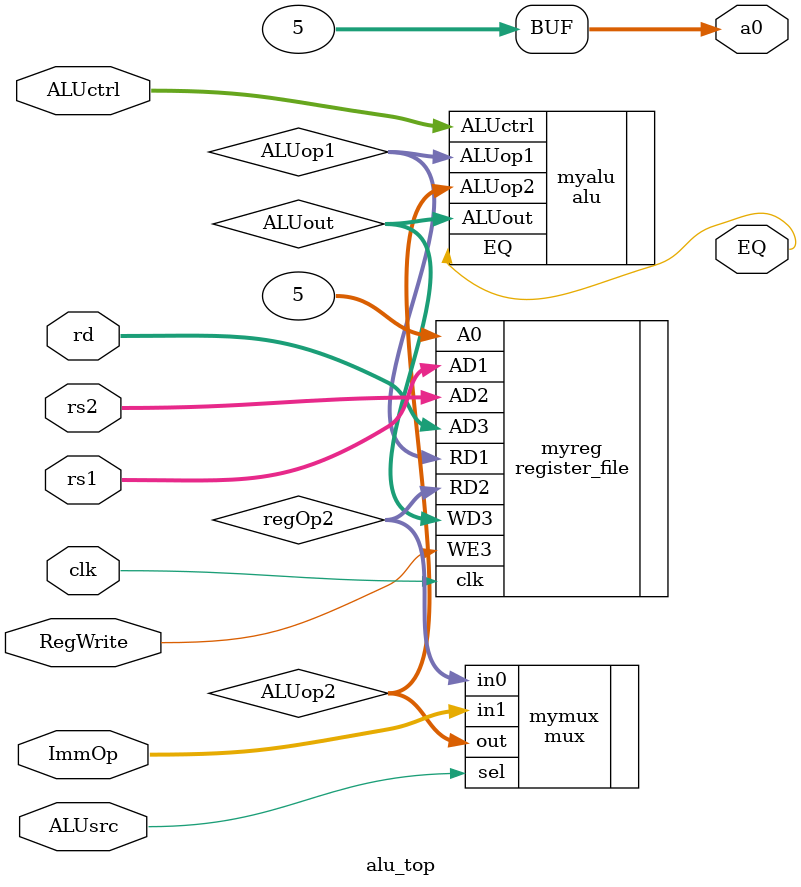
<source format=sv>
module alu_top #(
    parameter   DATA_WIDTH = 32,
                ADDRESS_WIDTH = 5
) (
    input   logic                       clk,
    input logic [2:0]                   ALUctrl,
    input logic                         ALUsrc,
    input logic [ADDRESS_WIDTH-1:0]     rs1, 
    input logic [ADDRESS_WIDTH-1:0]     rs2, 
    input logic [ADDRESS_WIDTH-1:0]     rd, 
    input logic                         RegWrite, 
    input logic [DATA_WIDTH-1:0]        ImmOp, 
    output logic [DATA_WIDTH-1:0]       a0, 
    output logic                        EQ
);

    logic [DATA_WIDTH-1:0]          ALUop2;
    logic [DATA_WIDTH-1:0]          ALUout;
    logic [DATA_WIDTH-1:0]          ALUop1;
    logic [DATA_WIDTH-1:0]          regOp2;

assign a0 = 32'd5;

alu myalu (
    .ALUop1(ALUop1),
    .ALUop2(ALUop2),
    .ALUctrl(ALUctrl),
    .ALUout(ALUout),
    .EQ(EQ)
);

mux mymux (
    .in0(regOp2),
    .in1(ImmOp),
    .sel(ALUsrc),
    .out(ALUop2)
);

register_file myreg (
    .clk(clk),
    .AD1(rs1),
    .AD2(rs2),
    .AD3(rd),
    .WE3(RegWrite),
    .WD3(ALUout),
    .A0(a0),
    .RD1(ALUop1),
    .RD2(regOp2)
);

endmodule

</source>
